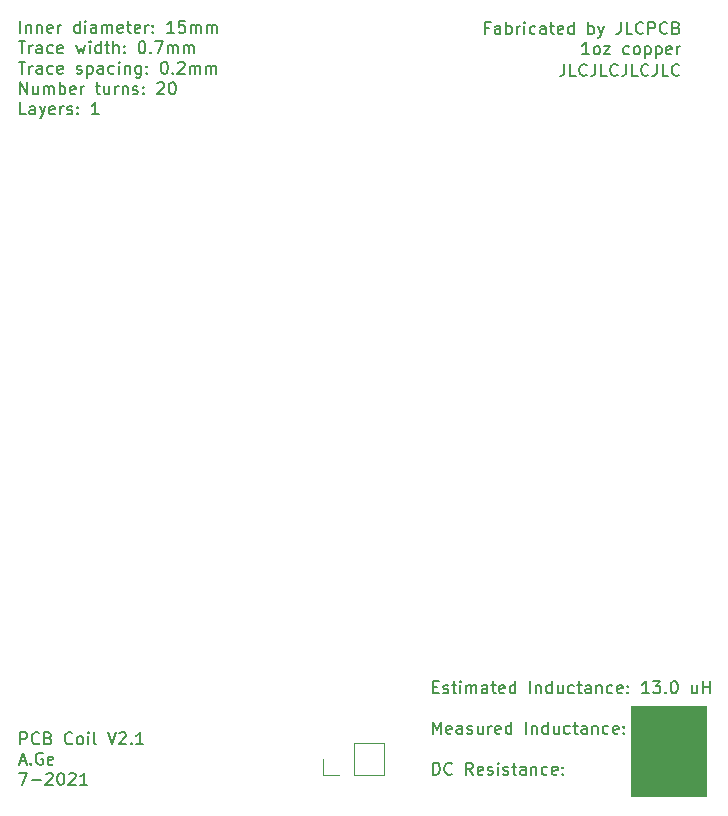
<source format=gbr>
G04 #@! TF.GenerationSoftware,KiCad,Pcbnew,(5.1.6)-1*
G04 #@! TF.CreationDate,2021-07-30T18:53:30-07:00*
G04 #@! TF.ProjectId,Inductor Coils,496e6475-6374-46f7-9220-436f696c732e,rev?*
G04 #@! TF.SameCoordinates,Original*
G04 #@! TF.FileFunction,Legend,Top*
G04 #@! TF.FilePolarity,Positive*
%FSLAX46Y46*%
G04 Gerber Fmt 4.6, Leading zero omitted, Abs format (unit mm)*
G04 Created by KiCad (PCBNEW (5.1.6)-1) date 2021-07-30 18:53:30*
%MOMM*%
%LPD*%
G01*
G04 APERTURE LIST*
%ADD10C,0.100000*%
%ADD11C,0.203200*%
%ADD12C,0.120000*%
G04 APERTURE END LIST*
D10*
G36*
X258445000Y-158115000D02*
G01*
X252095000Y-158115000D01*
X252095000Y-150495000D01*
X258445000Y-150495000D01*
X258445000Y-158115000D01*
G37*
X258445000Y-158115000D02*
X252095000Y-158115000D01*
X252095000Y-150495000D01*
X258445000Y-150495000D01*
X258445000Y-158115000D01*
D11*
X240063539Y-93063828D02*
X239724872Y-93063828D01*
X239724872Y-93596019D02*
X239724872Y-92580019D01*
X240208681Y-92580019D01*
X241031158Y-93596019D02*
X241031158Y-93063828D01*
X240982777Y-92967066D01*
X240886015Y-92918685D01*
X240692491Y-92918685D01*
X240595729Y-92967066D01*
X241031158Y-93547638D02*
X240934396Y-93596019D01*
X240692491Y-93596019D01*
X240595729Y-93547638D01*
X240547348Y-93450876D01*
X240547348Y-93354114D01*
X240595729Y-93257352D01*
X240692491Y-93208971D01*
X240934396Y-93208971D01*
X241031158Y-93160590D01*
X241514967Y-93596019D02*
X241514967Y-92580019D01*
X241514967Y-92967066D02*
X241611729Y-92918685D01*
X241805253Y-92918685D01*
X241902015Y-92967066D01*
X241950396Y-93015447D01*
X241998777Y-93112209D01*
X241998777Y-93402495D01*
X241950396Y-93499257D01*
X241902015Y-93547638D01*
X241805253Y-93596019D01*
X241611729Y-93596019D01*
X241514967Y-93547638D01*
X242434205Y-93596019D02*
X242434205Y-92918685D01*
X242434205Y-93112209D02*
X242482586Y-93015447D01*
X242530967Y-92967066D01*
X242627729Y-92918685D01*
X242724491Y-92918685D01*
X243063158Y-93596019D02*
X243063158Y-92918685D01*
X243063158Y-92580019D02*
X243014777Y-92628400D01*
X243063158Y-92676780D01*
X243111539Y-92628400D01*
X243063158Y-92580019D01*
X243063158Y-92676780D01*
X243982396Y-93547638D02*
X243885634Y-93596019D01*
X243692110Y-93596019D01*
X243595348Y-93547638D01*
X243546967Y-93499257D01*
X243498586Y-93402495D01*
X243498586Y-93112209D01*
X243546967Y-93015447D01*
X243595348Y-92967066D01*
X243692110Y-92918685D01*
X243885634Y-92918685D01*
X243982396Y-92967066D01*
X244853253Y-93596019D02*
X244853253Y-93063828D01*
X244804872Y-92967066D01*
X244708110Y-92918685D01*
X244514586Y-92918685D01*
X244417824Y-92967066D01*
X244853253Y-93547638D02*
X244756491Y-93596019D01*
X244514586Y-93596019D01*
X244417824Y-93547638D01*
X244369443Y-93450876D01*
X244369443Y-93354114D01*
X244417824Y-93257352D01*
X244514586Y-93208971D01*
X244756491Y-93208971D01*
X244853253Y-93160590D01*
X245191920Y-92918685D02*
X245578967Y-92918685D01*
X245337062Y-92580019D02*
X245337062Y-93450876D01*
X245385443Y-93547638D01*
X245482205Y-93596019D01*
X245578967Y-93596019D01*
X246304681Y-93547638D02*
X246207920Y-93596019D01*
X246014396Y-93596019D01*
X245917634Y-93547638D01*
X245869253Y-93450876D01*
X245869253Y-93063828D01*
X245917634Y-92967066D01*
X246014396Y-92918685D01*
X246207920Y-92918685D01*
X246304681Y-92967066D01*
X246353062Y-93063828D01*
X246353062Y-93160590D01*
X245869253Y-93257352D01*
X247223920Y-93596019D02*
X247223920Y-92580019D01*
X247223920Y-93547638D02*
X247127158Y-93596019D01*
X246933634Y-93596019D01*
X246836872Y-93547638D01*
X246788491Y-93499257D01*
X246740110Y-93402495D01*
X246740110Y-93112209D01*
X246788491Y-93015447D01*
X246836872Y-92967066D01*
X246933634Y-92918685D01*
X247127158Y-92918685D01*
X247223920Y-92967066D01*
X248481824Y-93596019D02*
X248481824Y-92580019D01*
X248481824Y-92967066D02*
X248578586Y-92918685D01*
X248772110Y-92918685D01*
X248868872Y-92967066D01*
X248917253Y-93015447D01*
X248965634Y-93112209D01*
X248965634Y-93402495D01*
X248917253Y-93499257D01*
X248868872Y-93547638D01*
X248772110Y-93596019D01*
X248578586Y-93596019D01*
X248481824Y-93547638D01*
X249304300Y-92918685D02*
X249546205Y-93596019D01*
X249788110Y-92918685D02*
X249546205Y-93596019D01*
X249449443Y-93837923D01*
X249401062Y-93886304D01*
X249304300Y-93934685D01*
X251239539Y-92580019D02*
X251239539Y-93305733D01*
X251191158Y-93450876D01*
X251094396Y-93547638D01*
X250949253Y-93596019D01*
X250852491Y-93596019D01*
X252207158Y-93596019D02*
X251723348Y-93596019D01*
X251723348Y-92580019D01*
X253126396Y-93499257D02*
X253078015Y-93547638D01*
X252932872Y-93596019D01*
X252836110Y-93596019D01*
X252690967Y-93547638D01*
X252594205Y-93450876D01*
X252545824Y-93354114D01*
X252497443Y-93160590D01*
X252497443Y-93015447D01*
X252545824Y-92821923D01*
X252594205Y-92725161D01*
X252690967Y-92628400D01*
X252836110Y-92580019D01*
X252932872Y-92580019D01*
X253078015Y-92628400D01*
X253126396Y-92676780D01*
X253561824Y-93596019D02*
X253561824Y-92580019D01*
X253948872Y-92580019D01*
X254045634Y-92628400D01*
X254094015Y-92676780D01*
X254142396Y-92773542D01*
X254142396Y-92918685D01*
X254094015Y-93015447D01*
X254045634Y-93063828D01*
X253948872Y-93112209D01*
X253561824Y-93112209D01*
X255158396Y-93499257D02*
X255110015Y-93547638D01*
X254964872Y-93596019D01*
X254868110Y-93596019D01*
X254722967Y-93547638D01*
X254626205Y-93450876D01*
X254577824Y-93354114D01*
X254529443Y-93160590D01*
X254529443Y-93015447D01*
X254577824Y-92821923D01*
X254626205Y-92725161D01*
X254722967Y-92628400D01*
X254868110Y-92580019D01*
X254964872Y-92580019D01*
X255110015Y-92628400D01*
X255158396Y-92676780D01*
X255932491Y-93063828D02*
X256077634Y-93112209D01*
X256126015Y-93160590D01*
X256174396Y-93257352D01*
X256174396Y-93402495D01*
X256126015Y-93499257D01*
X256077634Y-93547638D01*
X255980872Y-93596019D01*
X255593824Y-93596019D01*
X255593824Y-92580019D01*
X255932491Y-92580019D01*
X256029253Y-92628400D01*
X256077634Y-92676780D01*
X256126015Y-92773542D01*
X256126015Y-92870304D01*
X256077634Y-92967066D01*
X256029253Y-93015447D01*
X255932491Y-93063828D01*
X255593824Y-93063828D01*
X248530205Y-95323219D02*
X247949634Y-95323219D01*
X248239920Y-95323219D02*
X248239920Y-94307219D01*
X248143158Y-94452361D01*
X248046396Y-94549123D01*
X247949634Y-94597504D01*
X249110777Y-95323219D02*
X249014015Y-95274838D01*
X248965634Y-95226457D01*
X248917253Y-95129695D01*
X248917253Y-94839409D01*
X248965634Y-94742647D01*
X249014015Y-94694266D01*
X249110777Y-94645885D01*
X249255920Y-94645885D01*
X249352681Y-94694266D01*
X249401062Y-94742647D01*
X249449443Y-94839409D01*
X249449443Y-95129695D01*
X249401062Y-95226457D01*
X249352681Y-95274838D01*
X249255920Y-95323219D01*
X249110777Y-95323219D01*
X249788110Y-94645885D02*
X250320300Y-94645885D01*
X249788110Y-95323219D01*
X250320300Y-95323219D01*
X251916872Y-95274838D02*
X251820110Y-95323219D01*
X251626586Y-95323219D01*
X251529824Y-95274838D01*
X251481443Y-95226457D01*
X251433062Y-95129695D01*
X251433062Y-94839409D01*
X251481443Y-94742647D01*
X251529824Y-94694266D01*
X251626586Y-94645885D01*
X251820110Y-94645885D01*
X251916872Y-94694266D01*
X252497443Y-95323219D02*
X252400681Y-95274838D01*
X252352300Y-95226457D01*
X252303920Y-95129695D01*
X252303920Y-94839409D01*
X252352300Y-94742647D01*
X252400681Y-94694266D01*
X252497443Y-94645885D01*
X252642586Y-94645885D01*
X252739348Y-94694266D01*
X252787729Y-94742647D01*
X252836110Y-94839409D01*
X252836110Y-95129695D01*
X252787729Y-95226457D01*
X252739348Y-95274838D01*
X252642586Y-95323219D01*
X252497443Y-95323219D01*
X253271539Y-94645885D02*
X253271539Y-95661885D01*
X253271539Y-94694266D02*
X253368300Y-94645885D01*
X253561824Y-94645885D01*
X253658586Y-94694266D01*
X253706967Y-94742647D01*
X253755348Y-94839409D01*
X253755348Y-95129695D01*
X253706967Y-95226457D01*
X253658586Y-95274838D01*
X253561824Y-95323219D01*
X253368300Y-95323219D01*
X253271539Y-95274838D01*
X254190777Y-94645885D02*
X254190777Y-95661885D01*
X254190777Y-94694266D02*
X254287539Y-94645885D01*
X254481062Y-94645885D01*
X254577824Y-94694266D01*
X254626205Y-94742647D01*
X254674586Y-94839409D01*
X254674586Y-95129695D01*
X254626205Y-95226457D01*
X254577824Y-95274838D01*
X254481062Y-95323219D01*
X254287539Y-95323219D01*
X254190777Y-95274838D01*
X255497062Y-95274838D02*
X255400300Y-95323219D01*
X255206777Y-95323219D01*
X255110015Y-95274838D01*
X255061634Y-95178076D01*
X255061634Y-94791028D01*
X255110015Y-94694266D01*
X255206777Y-94645885D01*
X255400300Y-94645885D01*
X255497062Y-94694266D01*
X255545443Y-94791028D01*
X255545443Y-94887790D01*
X255061634Y-94984552D01*
X255980872Y-95323219D02*
X255980872Y-94645885D01*
X255980872Y-94839409D02*
X256029253Y-94742647D01*
X256077634Y-94694266D01*
X256174396Y-94645885D01*
X256271158Y-94645885D01*
X246449824Y-96143619D02*
X246449824Y-96869333D01*
X246401443Y-97014476D01*
X246304681Y-97111238D01*
X246159539Y-97159619D01*
X246062777Y-97159619D01*
X247417443Y-97159619D02*
X246933634Y-97159619D01*
X246933634Y-96143619D01*
X248336681Y-97062857D02*
X248288300Y-97111238D01*
X248143158Y-97159619D01*
X248046396Y-97159619D01*
X247901253Y-97111238D01*
X247804491Y-97014476D01*
X247756110Y-96917714D01*
X247707729Y-96724190D01*
X247707729Y-96579047D01*
X247756110Y-96385523D01*
X247804491Y-96288761D01*
X247901253Y-96192000D01*
X248046396Y-96143619D01*
X248143158Y-96143619D01*
X248288300Y-96192000D01*
X248336681Y-96240380D01*
X249062396Y-96143619D02*
X249062396Y-96869333D01*
X249014015Y-97014476D01*
X248917253Y-97111238D01*
X248772110Y-97159619D01*
X248675348Y-97159619D01*
X250030015Y-97159619D02*
X249546205Y-97159619D01*
X249546205Y-96143619D01*
X250949253Y-97062857D02*
X250900872Y-97111238D01*
X250755729Y-97159619D01*
X250658967Y-97159619D01*
X250513824Y-97111238D01*
X250417062Y-97014476D01*
X250368681Y-96917714D01*
X250320300Y-96724190D01*
X250320300Y-96579047D01*
X250368681Y-96385523D01*
X250417062Y-96288761D01*
X250513824Y-96192000D01*
X250658967Y-96143619D01*
X250755729Y-96143619D01*
X250900872Y-96192000D01*
X250949253Y-96240380D01*
X251674967Y-96143619D02*
X251674967Y-96869333D01*
X251626586Y-97014476D01*
X251529824Y-97111238D01*
X251384681Y-97159619D01*
X251287920Y-97159619D01*
X252642586Y-97159619D02*
X252158777Y-97159619D01*
X252158777Y-96143619D01*
X253561824Y-97062857D02*
X253513443Y-97111238D01*
X253368300Y-97159619D01*
X253271539Y-97159619D01*
X253126396Y-97111238D01*
X253029634Y-97014476D01*
X252981253Y-96917714D01*
X252932872Y-96724190D01*
X252932872Y-96579047D01*
X252981253Y-96385523D01*
X253029634Y-96288761D01*
X253126396Y-96192000D01*
X253271539Y-96143619D01*
X253368300Y-96143619D01*
X253513443Y-96192000D01*
X253561824Y-96240380D01*
X254287539Y-96143619D02*
X254287539Y-96869333D01*
X254239158Y-97014476D01*
X254142396Y-97111238D01*
X253997253Y-97159619D01*
X253900491Y-97159619D01*
X255255158Y-97159619D02*
X254771348Y-97159619D01*
X254771348Y-96143619D01*
X256174396Y-97062857D02*
X256126015Y-97111238D01*
X255980872Y-97159619D01*
X255884110Y-97159619D01*
X255738967Y-97111238D01*
X255642205Y-97014476D01*
X255593824Y-96917714D01*
X255545443Y-96724190D01*
X255545443Y-96579047D01*
X255593824Y-96385523D01*
X255642205Y-96288761D01*
X255738967Y-96192000D01*
X255884110Y-96143619D01*
X255980872Y-96143619D01*
X256126015Y-96192000D01*
X256174396Y-96240380D01*
X200373984Y-93505219D02*
X200373984Y-92489219D01*
X200857794Y-92827885D02*
X200857794Y-93505219D01*
X200857794Y-92924647D02*
X200906175Y-92876266D01*
X201002937Y-92827885D01*
X201148080Y-92827885D01*
X201244841Y-92876266D01*
X201293222Y-92973028D01*
X201293222Y-93505219D01*
X201777032Y-92827885D02*
X201777032Y-93505219D01*
X201777032Y-92924647D02*
X201825413Y-92876266D01*
X201922175Y-92827885D01*
X202067318Y-92827885D01*
X202164080Y-92876266D01*
X202212460Y-92973028D01*
X202212460Y-93505219D01*
X203083318Y-93456838D02*
X202986556Y-93505219D01*
X202793032Y-93505219D01*
X202696270Y-93456838D01*
X202647889Y-93360076D01*
X202647889Y-92973028D01*
X202696270Y-92876266D01*
X202793032Y-92827885D01*
X202986556Y-92827885D01*
X203083318Y-92876266D01*
X203131699Y-92973028D01*
X203131699Y-93069790D01*
X202647889Y-93166552D01*
X203567127Y-93505219D02*
X203567127Y-92827885D01*
X203567127Y-93021409D02*
X203615508Y-92924647D01*
X203663889Y-92876266D01*
X203760651Y-92827885D01*
X203857413Y-92827885D01*
X205405603Y-93505219D02*
X205405603Y-92489219D01*
X205405603Y-93456838D02*
X205308841Y-93505219D01*
X205115318Y-93505219D01*
X205018556Y-93456838D01*
X204970175Y-93408457D01*
X204921794Y-93311695D01*
X204921794Y-93021409D01*
X204970175Y-92924647D01*
X205018556Y-92876266D01*
X205115318Y-92827885D01*
X205308841Y-92827885D01*
X205405603Y-92876266D01*
X205889413Y-93505219D02*
X205889413Y-92827885D01*
X205889413Y-92489219D02*
X205841032Y-92537600D01*
X205889413Y-92585980D01*
X205937794Y-92537600D01*
X205889413Y-92489219D01*
X205889413Y-92585980D01*
X206808651Y-93505219D02*
X206808651Y-92973028D01*
X206760270Y-92876266D01*
X206663508Y-92827885D01*
X206469984Y-92827885D01*
X206373222Y-92876266D01*
X206808651Y-93456838D02*
X206711889Y-93505219D01*
X206469984Y-93505219D01*
X206373222Y-93456838D01*
X206324841Y-93360076D01*
X206324841Y-93263314D01*
X206373222Y-93166552D01*
X206469984Y-93118171D01*
X206711889Y-93118171D01*
X206808651Y-93069790D01*
X207292460Y-93505219D02*
X207292460Y-92827885D01*
X207292460Y-92924647D02*
X207340841Y-92876266D01*
X207437603Y-92827885D01*
X207582746Y-92827885D01*
X207679508Y-92876266D01*
X207727889Y-92973028D01*
X207727889Y-93505219D01*
X207727889Y-92973028D02*
X207776270Y-92876266D01*
X207873032Y-92827885D01*
X208018175Y-92827885D01*
X208114937Y-92876266D01*
X208163318Y-92973028D01*
X208163318Y-93505219D01*
X209034175Y-93456838D02*
X208937413Y-93505219D01*
X208743889Y-93505219D01*
X208647127Y-93456838D01*
X208598746Y-93360076D01*
X208598746Y-92973028D01*
X208647127Y-92876266D01*
X208743889Y-92827885D01*
X208937413Y-92827885D01*
X209034175Y-92876266D01*
X209082556Y-92973028D01*
X209082556Y-93069790D01*
X208598746Y-93166552D01*
X209372841Y-92827885D02*
X209759889Y-92827885D01*
X209517984Y-92489219D02*
X209517984Y-93360076D01*
X209566365Y-93456838D01*
X209663127Y-93505219D01*
X209759889Y-93505219D01*
X210485603Y-93456838D02*
X210388841Y-93505219D01*
X210195318Y-93505219D01*
X210098556Y-93456838D01*
X210050175Y-93360076D01*
X210050175Y-92973028D01*
X210098556Y-92876266D01*
X210195318Y-92827885D01*
X210388841Y-92827885D01*
X210485603Y-92876266D01*
X210533984Y-92973028D01*
X210533984Y-93069790D01*
X210050175Y-93166552D01*
X210969413Y-93505219D02*
X210969413Y-92827885D01*
X210969413Y-93021409D02*
X211017794Y-92924647D01*
X211066175Y-92876266D01*
X211162937Y-92827885D01*
X211259699Y-92827885D01*
X211598365Y-93408457D02*
X211646746Y-93456838D01*
X211598365Y-93505219D01*
X211549984Y-93456838D01*
X211598365Y-93408457D01*
X211598365Y-93505219D01*
X211598365Y-92876266D02*
X211646746Y-92924647D01*
X211598365Y-92973028D01*
X211549984Y-92924647D01*
X211598365Y-92876266D01*
X211598365Y-92973028D01*
X213388460Y-93505219D02*
X212807889Y-93505219D01*
X213098175Y-93505219D02*
X213098175Y-92489219D01*
X213001413Y-92634361D01*
X212904651Y-92731123D01*
X212807889Y-92779504D01*
X214307699Y-92489219D02*
X213823889Y-92489219D01*
X213775508Y-92973028D01*
X213823889Y-92924647D01*
X213920651Y-92876266D01*
X214162556Y-92876266D01*
X214259318Y-92924647D01*
X214307699Y-92973028D01*
X214356080Y-93069790D01*
X214356080Y-93311695D01*
X214307699Y-93408457D01*
X214259318Y-93456838D01*
X214162556Y-93505219D01*
X213920651Y-93505219D01*
X213823889Y-93456838D01*
X213775508Y-93408457D01*
X214791508Y-93505219D02*
X214791508Y-92827885D01*
X214791508Y-92924647D02*
X214839889Y-92876266D01*
X214936651Y-92827885D01*
X215081794Y-92827885D01*
X215178556Y-92876266D01*
X215226937Y-92973028D01*
X215226937Y-93505219D01*
X215226937Y-92973028D02*
X215275318Y-92876266D01*
X215372080Y-92827885D01*
X215517222Y-92827885D01*
X215613984Y-92876266D01*
X215662365Y-92973028D01*
X215662365Y-93505219D01*
X216146175Y-93505219D02*
X216146175Y-92827885D01*
X216146175Y-92924647D02*
X216194556Y-92876266D01*
X216291318Y-92827885D01*
X216436460Y-92827885D01*
X216533222Y-92876266D01*
X216581603Y-92973028D01*
X216581603Y-93505219D01*
X216581603Y-92973028D02*
X216629984Y-92876266D01*
X216726746Y-92827885D01*
X216871889Y-92827885D01*
X216968651Y-92876266D01*
X217017032Y-92973028D01*
X217017032Y-93505219D01*
X200228841Y-94216419D02*
X200809413Y-94216419D01*
X200519127Y-95232419D02*
X200519127Y-94216419D01*
X201148080Y-95232419D02*
X201148080Y-94555085D01*
X201148080Y-94748609D02*
X201196460Y-94651847D01*
X201244841Y-94603466D01*
X201341603Y-94555085D01*
X201438365Y-94555085D01*
X202212460Y-95232419D02*
X202212460Y-94700228D01*
X202164080Y-94603466D01*
X202067318Y-94555085D01*
X201873794Y-94555085D01*
X201777032Y-94603466D01*
X202212460Y-95184038D02*
X202115699Y-95232419D01*
X201873794Y-95232419D01*
X201777032Y-95184038D01*
X201728651Y-95087276D01*
X201728651Y-94990514D01*
X201777032Y-94893752D01*
X201873794Y-94845371D01*
X202115699Y-94845371D01*
X202212460Y-94796990D01*
X203131699Y-95184038D02*
X203034937Y-95232419D01*
X202841413Y-95232419D01*
X202744651Y-95184038D01*
X202696270Y-95135657D01*
X202647889Y-95038895D01*
X202647889Y-94748609D01*
X202696270Y-94651847D01*
X202744651Y-94603466D01*
X202841413Y-94555085D01*
X203034937Y-94555085D01*
X203131699Y-94603466D01*
X203954175Y-95184038D02*
X203857413Y-95232419D01*
X203663889Y-95232419D01*
X203567127Y-95184038D01*
X203518746Y-95087276D01*
X203518746Y-94700228D01*
X203567127Y-94603466D01*
X203663889Y-94555085D01*
X203857413Y-94555085D01*
X203954175Y-94603466D01*
X204002556Y-94700228D01*
X204002556Y-94796990D01*
X203518746Y-94893752D01*
X205115318Y-94555085D02*
X205308841Y-95232419D01*
X205502365Y-94748609D01*
X205695889Y-95232419D01*
X205889413Y-94555085D01*
X206276460Y-95232419D02*
X206276460Y-94555085D01*
X206276460Y-94216419D02*
X206228080Y-94264800D01*
X206276460Y-94313180D01*
X206324841Y-94264800D01*
X206276460Y-94216419D01*
X206276460Y-94313180D01*
X207195699Y-95232419D02*
X207195699Y-94216419D01*
X207195699Y-95184038D02*
X207098937Y-95232419D01*
X206905413Y-95232419D01*
X206808651Y-95184038D01*
X206760270Y-95135657D01*
X206711889Y-95038895D01*
X206711889Y-94748609D01*
X206760270Y-94651847D01*
X206808651Y-94603466D01*
X206905413Y-94555085D01*
X207098937Y-94555085D01*
X207195699Y-94603466D01*
X207534365Y-94555085D02*
X207921413Y-94555085D01*
X207679508Y-94216419D02*
X207679508Y-95087276D01*
X207727889Y-95184038D01*
X207824651Y-95232419D01*
X207921413Y-95232419D01*
X208260080Y-95232419D02*
X208260080Y-94216419D01*
X208695508Y-95232419D02*
X208695508Y-94700228D01*
X208647127Y-94603466D01*
X208550365Y-94555085D01*
X208405222Y-94555085D01*
X208308460Y-94603466D01*
X208260080Y-94651847D01*
X209179318Y-95135657D02*
X209227699Y-95184038D01*
X209179318Y-95232419D01*
X209130937Y-95184038D01*
X209179318Y-95135657D01*
X209179318Y-95232419D01*
X209179318Y-94603466D02*
X209227699Y-94651847D01*
X209179318Y-94700228D01*
X209130937Y-94651847D01*
X209179318Y-94603466D01*
X209179318Y-94700228D01*
X210630746Y-94216419D02*
X210727508Y-94216419D01*
X210824270Y-94264800D01*
X210872651Y-94313180D01*
X210921032Y-94409942D01*
X210969413Y-94603466D01*
X210969413Y-94845371D01*
X210921032Y-95038895D01*
X210872651Y-95135657D01*
X210824270Y-95184038D01*
X210727508Y-95232419D01*
X210630746Y-95232419D01*
X210533984Y-95184038D01*
X210485603Y-95135657D01*
X210437222Y-95038895D01*
X210388841Y-94845371D01*
X210388841Y-94603466D01*
X210437222Y-94409942D01*
X210485603Y-94313180D01*
X210533984Y-94264800D01*
X210630746Y-94216419D01*
X211404841Y-95135657D02*
X211453222Y-95184038D01*
X211404841Y-95232419D01*
X211356460Y-95184038D01*
X211404841Y-95135657D01*
X211404841Y-95232419D01*
X211791889Y-94216419D02*
X212469222Y-94216419D01*
X212033794Y-95232419D01*
X212856270Y-95232419D02*
X212856270Y-94555085D01*
X212856270Y-94651847D02*
X212904651Y-94603466D01*
X213001413Y-94555085D01*
X213146556Y-94555085D01*
X213243318Y-94603466D01*
X213291699Y-94700228D01*
X213291699Y-95232419D01*
X213291699Y-94700228D02*
X213340080Y-94603466D01*
X213436841Y-94555085D01*
X213581984Y-94555085D01*
X213678746Y-94603466D01*
X213727127Y-94700228D01*
X213727127Y-95232419D01*
X214210937Y-95232419D02*
X214210937Y-94555085D01*
X214210937Y-94651847D02*
X214259318Y-94603466D01*
X214356080Y-94555085D01*
X214501222Y-94555085D01*
X214597984Y-94603466D01*
X214646365Y-94700228D01*
X214646365Y-95232419D01*
X214646365Y-94700228D02*
X214694746Y-94603466D01*
X214791508Y-94555085D01*
X214936651Y-94555085D01*
X215033413Y-94603466D01*
X215081794Y-94700228D01*
X215081794Y-95232419D01*
X200228841Y-95943619D02*
X200809413Y-95943619D01*
X200519127Y-96959619D02*
X200519127Y-95943619D01*
X201148080Y-96959619D02*
X201148080Y-96282285D01*
X201148080Y-96475809D02*
X201196460Y-96379047D01*
X201244841Y-96330666D01*
X201341603Y-96282285D01*
X201438365Y-96282285D01*
X202212460Y-96959619D02*
X202212460Y-96427428D01*
X202164080Y-96330666D01*
X202067318Y-96282285D01*
X201873794Y-96282285D01*
X201777032Y-96330666D01*
X202212460Y-96911238D02*
X202115699Y-96959619D01*
X201873794Y-96959619D01*
X201777032Y-96911238D01*
X201728651Y-96814476D01*
X201728651Y-96717714D01*
X201777032Y-96620952D01*
X201873794Y-96572571D01*
X202115699Y-96572571D01*
X202212460Y-96524190D01*
X203131699Y-96911238D02*
X203034937Y-96959619D01*
X202841413Y-96959619D01*
X202744651Y-96911238D01*
X202696270Y-96862857D01*
X202647889Y-96766095D01*
X202647889Y-96475809D01*
X202696270Y-96379047D01*
X202744651Y-96330666D01*
X202841413Y-96282285D01*
X203034937Y-96282285D01*
X203131699Y-96330666D01*
X203954175Y-96911238D02*
X203857413Y-96959619D01*
X203663889Y-96959619D01*
X203567127Y-96911238D01*
X203518746Y-96814476D01*
X203518746Y-96427428D01*
X203567127Y-96330666D01*
X203663889Y-96282285D01*
X203857413Y-96282285D01*
X203954175Y-96330666D01*
X204002556Y-96427428D01*
X204002556Y-96524190D01*
X203518746Y-96620952D01*
X205163699Y-96911238D02*
X205260460Y-96959619D01*
X205453984Y-96959619D01*
X205550746Y-96911238D01*
X205599127Y-96814476D01*
X205599127Y-96766095D01*
X205550746Y-96669333D01*
X205453984Y-96620952D01*
X205308841Y-96620952D01*
X205212080Y-96572571D01*
X205163699Y-96475809D01*
X205163699Y-96427428D01*
X205212080Y-96330666D01*
X205308841Y-96282285D01*
X205453984Y-96282285D01*
X205550746Y-96330666D01*
X206034556Y-96282285D02*
X206034556Y-97298285D01*
X206034556Y-96330666D02*
X206131318Y-96282285D01*
X206324841Y-96282285D01*
X206421603Y-96330666D01*
X206469984Y-96379047D01*
X206518365Y-96475809D01*
X206518365Y-96766095D01*
X206469984Y-96862857D01*
X206421603Y-96911238D01*
X206324841Y-96959619D01*
X206131318Y-96959619D01*
X206034556Y-96911238D01*
X207389222Y-96959619D02*
X207389222Y-96427428D01*
X207340841Y-96330666D01*
X207244080Y-96282285D01*
X207050556Y-96282285D01*
X206953794Y-96330666D01*
X207389222Y-96911238D02*
X207292460Y-96959619D01*
X207050556Y-96959619D01*
X206953794Y-96911238D01*
X206905413Y-96814476D01*
X206905413Y-96717714D01*
X206953794Y-96620952D01*
X207050556Y-96572571D01*
X207292460Y-96572571D01*
X207389222Y-96524190D01*
X208308460Y-96911238D02*
X208211699Y-96959619D01*
X208018175Y-96959619D01*
X207921413Y-96911238D01*
X207873032Y-96862857D01*
X207824651Y-96766095D01*
X207824651Y-96475809D01*
X207873032Y-96379047D01*
X207921413Y-96330666D01*
X208018175Y-96282285D01*
X208211699Y-96282285D01*
X208308460Y-96330666D01*
X208743889Y-96959619D02*
X208743889Y-96282285D01*
X208743889Y-95943619D02*
X208695508Y-95992000D01*
X208743889Y-96040380D01*
X208792270Y-95992000D01*
X208743889Y-95943619D01*
X208743889Y-96040380D01*
X209227699Y-96282285D02*
X209227699Y-96959619D01*
X209227699Y-96379047D02*
X209276080Y-96330666D01*
X209372841Y-96282285D01*
X209517984Y-96282285D01*
X209614746Y-96330666D01*
X209663127Y-96427428D01*
X209663127Y-96959619D01*
X210582365Y-96282285D02*
X210582365Y-97104761D01*
X210533984Y-97201523D01*
X210485603Y-97249904D01*
X210388841Y-97298285D01*
X210243699Y-97298285D01*
X210146937Y-97249904D01*
X210582365Y-96911238D02*
X210485603Y-96959619D01*
X210292080Y-96959619D01*
X210195318Y-96911238D01*
X210146937Y-96862857D01*
X210098556Y-96766095D01*
X210098556Y-96475809D01*
X210146937Y-96379047D01*
X210195318Y-96330666D01*
X210292080Y-96282285D01*
X210485603Y-96282285D01*
X210582365Y-96330666D01*
X211066175Y-96862857D02*
X211114556Y-96911238D01*
X211066175Y-96959619D01*
X211017794Y-96911238D01*
X211066175Y-96862857D01*
X211066175Y-96959619D01*
X211066175Y-96330666D02*
X211114556Y-96379047D01*
X211066175Y-96427428D01*
X211017794Y-96379047D01*
X211066175Y-96330666D01*
X211066175Y-96427428D01*
X212517603Y-95943619D02*
X212614365Y-95943619D01*
X212711127Y-95992000D01*
X212759508Y-96040380D01*
X212807889Y-96137142D01*
X212856270Y-96330666D01*
X212856270Y-96572571D01*
X212807889Y-96766095D01*
X212759508Y-96862857D01*
X212711127Y-96911238D01*
X212614365Y-96959619D01*
X212517603Y-96959619D01*
X212420841Y-96911238D01*
X212372460Y-96862857D01*
X212324080Y-96766095D01*
X212275699Y-96572571D01*
X212275699Y-96330666D01*
X212324080Y-96137142D01*
X212372460Y-96040380D01*
X212420841Y-95992000D01*
X212517603Y-95943619D01*
X213291699Y-96862857D02*
X213340080Y-96911238D01*
X213291699Y-96959619D01*
X213243318Y-96911238D01*
X213291699Y-96862857D01*
X213291699Y-96959619D01*
X213727127Y-96040380D02*
X213775508Y-95992000D01*
X213872270Y-95943619D01*
X214114175Y-95943619D01*
X214210937Y-95992000D01*
X214259318Y-96040380D01*
X214307699Y-96137142D01*
X214307699Y-96233904D01*
X214259318Y-96379047D01*
X213678746Y-96959619D01*
X214307699Y-96959619D01*
X214743127Y-96959619D02*
X214743127Y-96282285D01*
X214743127Y-96379047D02*
X214791508Y-96330666D01*
X214888270Y-96282285D01*
X215033413Y-96282285D01*
X215130175Y-96330666D01*
X215178556Y-96427428D01*
X215178556Y-96959619D01*
X215178556Y-96427428D02*
X215226937Y-96330666D01*
X215323699Y-96282285D01*
X215468841Y-96282285D01*
X215565603Y-96330666D01*
X215613984Y-96427428D01*
X215613984Y-96959619D01*
X216097794Y-96959619D02*
X216097794Y-96282285D01*
X216097794Y-96379047D02*
X216146175Y-96330666D01*
X216242937Y-96282285D01*
X216388080Y-96282285D01*
X216484841Y-96330666D01*
X216533222Y-96427428D01*
X216533222Y-96959619D01*
X216533222Y-96427428D02*
X216581603Y-96330666D01*
X216678365Y-96282285D01*
X216823508Y-96282285D01*
X216920270Y-96330666D01*
X216968651Y-96427428D01*
X216968651Y-96959619D01*
X200373984Y-98686819D02*
X200373984Y-97670819D01*
X200954556Y-98686819D01*
X200954556Y-97670819D01*
X201873794Y-98009485D02*
X201873794Y-98686819D01*
X201438365Y-98009485D02*
X201438365Y-98541676D01*
X201486746Y-98638438D01*
X201583508Y-98686819D01*
X201728651Y-98686819D01*
X201825413Y-98638438D01*
X201873794Y-98590057D01*
X202357603Y-98686819D02*
X202357603Y-98009485D01*
X202357603Y-98106247D02*
X202405984Y-98057866D01*
X202502746Y-98009485D01*
X202647889Y-98009485D01*
X202744651Y-98057866D01*
X202793032Y-98154628D01*
X202793032Y-98686819D01*
X202793032Y-98154628D02*
X202841413Y-98057866D01*
X202938175Y-98009485D01*
X203083318Y-98009485D01*
X203180080Y-98057866D01*
X203228460Y-98154628D01*
X203228460Y-98686819D01*
X203712270Y-98686819D02*
X203712270Y-97670819D01*
X203712270Y-98057866D02*
X203809032Y-98009485D01*
X204002556Y-98009485D01*
X204099318Y-98057866D01*
X204147699Y-98106247D01*
X204196080Y-98203009D01*
X204196080Y-98493295D01*
X204147699Y-98590057D01*
X204099318Y-98638438D01*
X204002556Y-98686819D01*
X203809032Y-98686819D01*
X203712270Y-98638438D01*
X205018556Y-98638438D02*
X204921794Y-98686819D01*
X204728270Y-98686819D01*
X204631508Y-98638438D01*
X204583127Y-98541676D01*
X204583127Y-98154628D01*
X204631508Y-98057866D01*
X204728270Y-98009485D01*
X204921794Y-98009485D01*
X205018556Y-98057866D01*
X205066937Y-98154628D01*
X205066937Y-98251390D01*
X204583127Y-98348152D01*
X205502365Y-98686819D02*
X205502365Y-98009485D01*
X205502365Y-98203009D02*
X205550746Y-98106247D01*
X205599127Y-98057866D01*
X205695889Y-98009485D01*
X205792651Y-98009485D01*
X206760270Y-98009485D02*
X207147318Y-98009485D01*
X206905413Y-97670819D02*
X206905413Y-98541676D01*
X206953794Y-98638438D01*
X207050556Y-98686819D01*
X207147318Y-98686819D01*
X207921413Y-98009485D02*
X207921413Y-98686819D01*
X207485984Y-98009485D02*
X207485984Y-98541676D01*
X207534365Y-98638438D01*
X207631127Y-98686819D01*
X207776270Y-98686819D01*
X207873032Y-98638438D01*
X207921413Y-98590057D01*
X208405222Y-98686819D02*
X208405222Y-98009485D01*
X208405222Y-98203009D02*
X208453603Y-98106247D01*
X208501984Y-98057866D01*
X208598746Y-98009485D01*
X208695508Y-98009485D01*
X209034175Y-98009485D02*
X209034175Y-98686819D01*
X209034175Y-98106247D02*
X209082556Y-98057866D01*
X209179318Y-98009485D01*
X209324460Y-98009485D01*
X209421222Y-98057866D01*
X209469603Y-98154628D01*
X209469603Y-98686819D01*
X209905032Y-98638438D02*
X210001794Y-98686819D01*
X210195318Y-98686819D01*
X210292080Y-98638438D01*
X210340460Y-98541676D01*
X210340460Y-98493295D01*
X210292080Y-98396533D01*
X210195318Y-98348152D01*
X210050175Y-98348152D01*
X209953413Y-98299771D01*
X209905032Y-98203009D01*
X209905032Y-98154628D01*
X209953413Y-98057866D01*
X210050175Y-98009485D01*
X210195318Y-98009485D01*
X210292080Y-98057866D01*
X210775889Y-98590057D02*
X210824270Y-98638438D01*
X210775889Y-98686819D01*
X210727508Y-98638438D01*
X210775889Y-98590057D01*
X210775889Y-98686819D01*
X210775889Y-98057866D02*
X210824270Y-98106247D01*
X210775889Y-98154628D01*
X210727508Y-98106247D01*
X210775889Y-98057866D01*
X210775889Y-98154628D01*
X211985413Y-97767580D02*
X212033794Y-97719200D01*
X212130556Y-97670819D01*
X212372460Y-97670819D01*
X212469222Y-97719200D01*
X212517603Y-97767580D01*
X212565984Y-97864342D01*
X212565984Y-97961104D01*
X212517603Y-98106247D01*
X211937032Y-98686819D01*
X212565984Y-98686819D01*
X213194937Y-97670819D02*
X213291699Y-97670819D01*
X213388460Y-97719200D01*
X213436841Y-97767580D01*
X213485222Y-97864342D01*
X213533603Y-98057866D01*
X213533603Y-98299771D01*
X213485222Y-98493295D01*
X213436841Y-98590057D01*
X213388460Y-98638438D01*
X213291699Y-98686819D01*
X213194937Y-98686819D01*
X213098175Y-98638438D01*
X213049794Y-98590057D01*
X213001413Y-98493295D01*
X212953032Y-98299771D01*
X212953032Y-98057866D01*
X213001413Y-97864342D01*
X213049794Y-97767580D01*
X213098175Y-97719200D01*
X213194937Y-97670819D01*
X200857794Y-100414019D02*
X200373984Y-100414019D01*
X200373984Y-99398019D01*
X201631889Y-100414019D02*
X201631889Y-99881828D01*
X201583508Y-99785066D01*
X201486746Y-99736685D01*
X201293222Y-99736685D01*
X201196460Y-99785066D01*
X201631889Y-100365638D02*
X201535127Y-100414019D01*
X201293222Y-100414019D01*
X201196460Y-100365638D01*
X201148080Y-100268876D01*
X201148080Y-100172114D01*
X201196460Y-100075352D01*
X201293222Y-100026971D01*
X201535127Y-100026971D01*
X201631889Y-99978590D01*
X202018937Y-99736685D02*
X202260841Y-100414019D01*
X202502746Y-99736685D02*
X202260841Y-100414019D01*
X202164080Y-100655923D01*
X202115699Y-100704304D01*
X202018937Y-100752685D01*
X203276841Y-100365638D02*
X203180080Y-100414019D01*
X202986556Y-100414019D01*
X202889794Y-100365638D01*
X202841413Y-100268876D01*
X202841413Y-99881828D01*
X202889794Y-99785066D01*
X202986556Y-99736685D01*
X203180080Y-99736685D01*
X203276841Y-99785066D01*
X203325222Y-99881828D01*
X203325222Y-99978590D01*
X202841413Y-100075352D01*
X203760651Y-100414019D02*
X203760651Y-99736685D01*
X203760651Y-99930209D02*
X203809032Y-99833447D01*
X203857413Y-99785066D01*
X203954175Y-99736685D01*
X204050937Y-99736685D01*
X204341222Y-100365638D02*
X204437984Y-100414019D01*
X204631508Y-100414019D01*
X204728270Y-100365638D01*
X204776651Y-100268876D01*
X204776651Y-100220495D01*
X204728270Y-100123733D01*
X204631508Y-100075352D01*
X204486365Y-100075352D01*
X204389603Y-100026971D01*
X204341222Y-99930209D01*
X204341222Y-99881828D01*
X204389603Y-99785066D01*
X204486365Y-99736685D01*
X204631508Y-99736685D01*
X204728270Y-99785066D01*
X205212080Y-100317257D02*
X205260460Y-100365638D01*
X205212080Y-100414019D01*
X205163699Y-100365638D01*
X205212080Y-100317257D01*
X205212080Y-100414019D01*
X205212080Y-99785066D02*
X205260460Y-99833447D01*
X205212080Y-99881828D01*
X205163699Y-99833447D01*
X205212080Y-99785066D01*
X205212080Y-99881828D01*
X207002175Y-100414019D02*
X206421603Y-100414019D01*
X206711889Y-100414019D02*
X206711889Y-99398019D01*
X206615127Y-99543161D01*
X206518365Y-99639923D01*
X206421603Y-99688304D01*
X235323984Y-148873028D02*
X235662651Y-148873028D01*
X235807794Y-149405219D02*
X235323984Y-149405219D01*
X235323984Y-148389219D01*
X235807794Y-148389219D01*
X236194841Y-149356838D02*
X236291603Y-149405219D01*
X236485127Y-149405219D01*
X236581889Y-149356838D01*
X236630270Y-149260076D01*
X236630270Y-149211695D01*
X236581889Y-149114933D01*
X236485127Y-149066552D01*
X236339984Y-149066552D01*
X236243222Y-149018171D01*
X236194841Y-148921409D01*
X236194841Y-148873028D01*
X236243222Y-148776266D01*
X236339984Y-148727885D01*
X236485127Y-148727885D01*
X236581889Y-148776266D01*
X236920556Y-148727885D02*
X237307603Y-148727885D01*
X237065699Y-148389219D02*
X237065699Y-149260076D01*
X237114080Y-149356838D01*
X237210841Y-149405219D01*
X237307603Y-149405219D01*
X237646270Y-149405219D02*
X237646270Y-148727885D01*
X237646270Y-148389219D02*
X237597889Y-148437600D01*
X237646270Y-148485980D01*
X237694651Y-148437600D01*
X237646270Y-148389219D01*
X237646270Y-148485980D01*
X238130080Y-149405219D02*
X238130080Y-148727885D01*
X238130080Y-148824647D02*
X238178460Y-148776266D01*
X238275222Y-148727885D01*
X238420365Y-148727885D01*
X238517127Y-148776266D01*
X238565508Y-148873028D01*
X238565508Y-149405219D01*
X238565508Y-148873028D02*
X238613889Y-148776266D01*
X238710651Y-148727885D01*
X238855794Y-148727885D01*
X238952556Y-148776266D01*
X239000937Y-148873028D01*
X239000937Y-149405219D01*
X239920175Y-149405219D02*
X239920175Y-148873028D01*
X239871794Y-148776266D01*
X239775032Y-148727885D01*
X239581508Y-148727885D01*
X239484746Y-148776266D01*
X239920175Y-149356838D02*
X239823413Y-149405219D01*
X239581508Y-149405219D01*
X239484746Y-149356838D01*
X239436365Y-149260076D01*
X239436365Y-149163314D01*
X239484746Y-149066552D01*
X239581508Y-149018171D01*
X239823413Y-149018171D01*
X239920175Y-148969790D01*
X240258841Y-148727885D02*
X240645889Y-148727885D01*
X240403984Y-148389219D02*
X240403984Y-149260076D01*
X240452365Y-149356838D01*
X240549127Y-149405219D01*
X240645889Y-149405219D01*
X241371603Y-149356838D02*
X241274841Y-149405219D01*
X241081318Y-149405219D01*
X240984556Y-149356838D01*
X240936175Y-149260076D01*
X240936175Y-148873028D01*
X240984556Y-148776266D01*
X241081318Y-148727885D01*
X241274841Y-148727885D01*
X241371603Y-148776266D01*
X241419984Y-148873028D01*
X241419984Y-148969790D01*
X240936175Y-149066552D01*
X242290841Y-149405219D02*
X242290841Y-148389219D01*
X242290841Y-149356838D02*
X242194080Y-149405219D01*
X242000556Y-149405219D01*
X241903794Y-149356838D01*
X241855413Y-149308457D01*
X241807032Y-149211695D01*
X241807032Y-148921409D01*
X241855413Y-148824647D01*
X241903794Y-148776266D01*
X242000556Y-148727885D01*
X242194080Y-148727885D01*
X242290841Y-148776266D01*
X243548746Y-149405219D02*
X243548746Y-148389219D01*
X244032556Y-148727885D02*
X244032556Y-149405219D01*
X244032556Y-148824647D02*
X244080937Y-148776266D01*
X244177699Y-148727885D01*
X244322841Y-148727885D01*
X244419603Y-148776266D01*
X244467984Y-148873028D01*
X244467984Y-149405219D01*
X245387222Y-149405219D02*
X245387222Y-148389219D01*
X245387222Y-149356838D02*
X245290460Y-149405219D01*
X245096937Y-149405219D01*
X245000175Y-149356838D01*
X244951794Y-149308457D01*
X244903413Y-149211695D01*
X244903413Y-148921409D01*
X244951794Y-148824647D01*
X245000175Y-148776266D01*
X245096937Y-148727885D01*
X245290460Y-148727885D01*
X245387222Y-148776266D01*
X246306460Y-148727885D02*
X246306460Y-149405219D01*
X245871032Y-148727885D02*
X245871032Y-149260076D01*
X245919413Y-149356838D01*
X246016175Y-149405219D01*
X246161318Y-149405219D01*
X246258080Y-149356838D01*
X246306460Y-149308457D01*
X247225699Y-149356838D02*
X247128937Y-149405219D01*
X246935413Y-149405219D01*
X246838651Y-149356838D01*
X246790270Y-149308457D01*
X246741889Y-149211695D01*
X246741889Y-148921409D01*
X246790270Y-148824647D01*
X246838651Y-148776266D01*
X246935413Y-148727885D01*
X247128937Y-148727885D01*
X247225699Y-148776266D01*
X247515984Y-148727885D02*
X247903032Y-148727885D01*
X247661127Y-148389219D02*
X247661127Y-149260076D01*
X247709508Y-149356838D01*
X247806270Y-149405219D01*
X247903032Y-149405219D01*
X248677127Y-149405219D02*
X248677127Y-148873028D01*
X248628746Y-148776266D01*
X248531984Y-148727885D01*
X248338460Y-148727885D01*
X248241699Y-148776266D01*
X248677127Y-149356838D02*
X248580365Y-149405219D01*
X248338460Y-149405219D01*
X248241699Y-149356838D01*
X248193318Y-149260076D01*
X248193318Y-149163314D01*
X248241699Y-149066552D01*
X248338460Y-149018171D01*
X248580365Y-149018171D01*
X248677127Y-148969790D01*
X249160937Y-148727885D02*
X249160937Y-149405219D01*
X249160937Y-148824647D02*
X249209318Y-148776266D01*
X249306080Y-148727885D01*
X249451222Y-148727885D01*
X249547984Y-148776266D01*
X249596365Y-148873028D01*
X249596365Y-149405219D01*
X250515603Y-149356838D02*
X250418841Y-149405219D01*
X250225318Y-149405219D01*
X250128556Y-149356838D01*
X250080175Y-149308457D01*
X250031794Y-149211695D01*
X250031794Y-148921409D01*
X250080175Y-148824647D01*
X250128556Y-148776266D01*
X250225318Y-148727885D01*
X250418841Y-148727885D01*
X250515603Y-148776266D01*
X251338080Y-149356838D02*
X251241318Y-149405219D01*
X251047794Y-149405219D01*
X250951032Y-149356838D01*
X250902651Y-149260076D01*
X250902651Y-148873028D01*
X250951032Y-148776266D01*
X251047794Y-148727885D01*
X251241318Y-148727885D01*
X251338080Y-148776266D01*
X251386460Y-148873028D01*
X251386460Y-148969790D01*
X250902651Y-149066552D01*
X251821889Y-149308457D02*
X251870270Y-149356838D01*
X251821889Y-149405219D01*
X251773508Y-149356838D01*
X251821889Y-149308457D01*
X251821889Y-149405219D01*
X251821889Y-148776266D02*
X251870270Y-148824647D01*
X251821889Y-148873028D01*
X251773508Y-148824647D01*
X251821889Y-148776266D01*
X251821889Y-148873028D01*
X253611984Y-149405219D02*
X253031413Y-149405219D01*
X253321699Y-149405219D02*
X253321699Y-148389219D01*
X253224937Y-148534361D01*
X253128175Y-148631123D01*
X253031413Y-148679504D01*
X253950651Y-148389219D02*
X254579603Y-148389219D01*
X254240937Y-148776266D01*
X254386080Y-148776266D01*
X254482841Y-148824647D01*
X254531222Y-148873028D01*
X254579603Y-148969790D01*
X254579603Y-149211695D01*
X254531222Y-149308457D01*
X254482841Y-149356838D01*
X254386080Y-149405219D01*
X254095794Y-149405219D01*
X253999032Y-149356838D01*
X253950651Y-149308457D01*
X255015032Y-149308457D02*
X255063413Y-149356838D01*
X255015032Y-149405219D01*
X254966651Y-149356838D01*
X255015032Y-149308457D01*
X255015032Y-149405219D01*
X255692365Y-148389219D02*
X255789127Y-148389219D01*
X255885889Y-148437600D01*
X255934270Y-148485980D01*
X255982651Y-148582742D01*
X256031032Y-148776266D01*
X256031032Y-149018171D01*
X255982651Y-149211695D01*
X255934270Y-149308457D01*
X255885889Y-149356838D01*
X255789127Y-149405219D01*
X255692365Y-149405219D01*
X255595603Y-149356838D01*
X255547222Y-149308457D01*
X255498841Y-149211695D01*
X255450460Y-149018171D01*
X255450460Y-148776266D01*
X255498841Y-148582742D01*
X255547222Y-148485980D01*
X255595603Y-148437600D01*
X255692365Y-148389219D01*
X257675984Y-148727885D02*
X257675984Y-149405219D01*
X257240556Y-148727885D02*
X257240556Y-149260076D01*
X257288937Y-149356838D01*
X257385699Y-149405219D01*
X257530841Y-149405219D01*
X257627603Y-149356838D01*
X257675984Y-149308457D01*
X258159794Y-149405219D02*
X258159794Y-148389219D01*
X258159794Y-148873028D02*
X258740365Y-148873028D01*
X258740365Y-149405219D02*
X258740365Y-148389219D01*
X235323984Y-152859619D02*
X235323984Y-151843619D01*
X235662651Y-152569333D01*
X236001318Y-151843619D01*
X236001318Y-152859619D01*
X236872175Y-152811238D02*
X236775413Y-152859619D01*
X236581889Y-152859619D01*
X236485127Y-152811238D01*
X236436746Y-152714476D01*
X236436746Y-152327428D01*
X236485127Y-152230666D01*
X236581889Y-152182285D01*
X236775413Y-152182285D01*
X236872175Y-152230666D01*
X236920556Y-152327428D01*
X236920556Y-152424190D01*
X236436746Y-152520952D01*
X237791413Y-152859619D02*
X237791413Y-152327428D01*
X237743032Y-152230666D01*
X237646270Y-152182285D01*
X237452746Y-152182285D01*
X237355984Y-152230666D01*
X237791413Y-152811238D02*
X237694651Y-152859619D01*
X237452746Y-152859619D01*
X237355984Y-152811238D01*
X237307603Y-152714476D01*
X237307603Y-152617714D01*
X237355984Y-152520952D01*
X237452746Y-152472571D01*
X237694651Y-152472571D01*
X237791413Y-152424190D01*
X238226841Y-152811238D02*
X238323603Y-152859619D01*
X238517127Y-152859619D01*
X238613889Y-152811238D01*
X238662270Y-152714476D01*
X238662270Y-152666095D01*
X238613889Y-152569333D01*
X238517127Y-152520952D01*
X238371984Y-152520952D01*
X238275222Y-152472571D01*
X238226841Y-152375809D01*
X238226841Y-152327428D01*
X238275222Y-152230666D01*
X238371984Y-152182285D01*
X238517127Y-152182285D01*
X238613889Y-152230666D01*
X239533127Y-152182285D02*
X239533127Y-152859619D01*
X239097699Y-152182285D02*
X239097699Y-152714476D01*
X239146080Y-152811238D01*
X239242841Y-152859619D01*
X239387984Y-152859619D01*
X239484746Y-152811238D01*
X239533127Y-152762857D01*
X240016937Y-152859619D02*
X240016937Y-152182285D01*
X240016937Y-152375809D02*
X240065318Y-152279047D01*
X240113699Y-152230666D01*
X240210460Y-152182285D01*
X240307222Y-152182285D01*
X241032937Y-152811238D02*
X240936175Y-152859619D01*
X240742651Y-152859619D01*
X240645889Y-152811238D01*
X240597508Y-152714476D01*
X240597508Y-152327428D01*
X240645889Y-152230666D01*
X240742651Y-152182285D01*
X240936175Y-152182285D01*
X241032937Y-152230666D01*
X241081318Y-152327428D01*
X241081318Y-152424190D01*
X240597508Y-152520952D01*
X241952175Y-152859619D02*
X241952175Y-151843619D01*
X241952175Y-152811238D02*
X241855413Y-152859619D01*
X241661889Y-152859619D01*
X241565127Y-152811238D01*
X241516746Y-152762857D01*
X241468365Y-152666095D01*
X241468365Y-152375809D01*
X241516746Y-152279047D01*
X241565127Y-152230666D01*
X241661889Y-152182285D01*
X241855413Y-152182285D01*
X241952175Y-152230666D01*
X243210080Y-152859619D02*
X243210080Y-151843619D01*
X243693889Y-152182285D02*
X243693889Y-152859619D01*
X243693889Y-152279047D02*
X243742270Y-152230666D01*
X243839032Y-152182285D01*
X243984175Y-152182285D01*
X244080937Y-152230666D01*
X244129318Y-152327428D01*
X244129318Y-152859619D01*
X245048556Y-152859619D02*
X245048556Y-151843619D01*
X245048556Y-152811238D02*
X244951794Y-152859619D01*
X244758270Y-152859619D01*
X244661508Y-152811238D01*
X244613127Y-152762857D01*
X244564746Y-152666095D01*
X244564746Y-152375809D01*
X244613127Y-152279047D01*
X244661508Y-152230666D01*
X244758270Y-152182285D01*
X244951794Y-152182285D01*
X245048556Y-152230666D01*
X245967794Y-152182285D02*
X245967794Y-152859619D01*
X245532365Y-152182285D02*
X245532365Y-152714476D01*
X245580746Y-152811238D01*
X245677508Y-152859619D01*
X245822651Y-152859619D01*
X245919413Y-152811238D01*
X245967794Y-152762857D01*
X246887032Y-152811238D02*
X246790270Y-152859619D01*
X246596746Y-152859619D01*
X246499984Y-152811238D01*
X246451603Y-152762857D01*
X246403222Y-152666095D01*
X246403222Y-152375809D01*
X246451603Y-152279047D01*
X246499984Y-152230666D01*
X246596746Y-152182285D01*
X246790270Y-152182285D01*
X246887032Y-152230666D01*
X247177318Y-152182285D02*
X247564365Y-152182285D01*
X247322460Y-151843619D02*
X247322460Y-152714476D01*
X247370841Y-152811238D01*
X247467603Y-152859619D01*
X247564365Y-152859619D01*
X248338460Y-152859619D02*
X248338460Y-152327428D01*
X248290080Y-152230666D01*
X248193318Y-152182285D01*
X247999794Y-152182285D01*
X247903032Y-152230666D01*
X248338460Y-152811238D02*
X248241699Y-152859619D01*
X247999794Y-152859619D01*
X247903032Y-152811238D01*
X247854651Y-152714476D01*
X247854651Y-152617714D01*
X247903032Y-152520952D01*
X247999794Y-152472571D01*
X248241699Y-152472571D01*
X248338460Y-152424190D01*
X248822270Y-152182285D02*
X248822270Y-152859619D01*
X248822270Y-152279047D02*
X248870651Y-152230666D01*
X248967413Y-152182285D01*
X249112556Y-152182285D01*
X249209318Y-152230666D01*
X249257699Y-152327428D01*
X249257699Y-152859619D01*
X250176937Y-152811238D02*
X250080175Y-152859619D01*
X249886651Y-152859619D01*
X249789889Y-152811238D01*
X249741508Y-152762857D01*
X249693127Y-152666095D01*
X249693127Y-152375809D01*
X249741508Y-152279047D01*
X249789889Y-152230666D01*
X249886651Y-152182285D01*
X250080175Y-152182285D01*
X250176937Y-152230666D01*
X250999413Y-152811238D02*
X250902651Y-152859619D01*
X250709127Y-152859619D01*
X250612365Y-152811238D01*
X250563984Y-152714476D01*
X250563984Y-152327428D01*
X250612365Y-152230666D01*
X250709127Y-152182285D01*
X250902651Y-152182285D01*
X250999413Y-152230666D01*
X251047794Y-152327428D01*
X251047794Y-152424190D01*
X250563984Y-152520952D01*
X251483222Y-152762857D02*
X251531603Y-152811238D01*
X251483222Y-152859619D01*
X251434841Y-152811238D01*
X251483222Y-152762857D01*
X251483222Y-152859619D01*
X251483222Y-152230666D02*
X251531603Y-152279047D01*
X251483222Y-152327428D01*
X251434841Y-152279047D01*
X251483222Y-152230666D01*
X251483222Y-152327428D01*
X235323984Y-156314019D02*
X235323984Y-155298019D01*
X235565889Y-155298019D01*
X235711032Y-155346400D01*
X235807794Y-155443161D01*
X235856175Y-155539923D01*
X235904556Y-155733447D01*
X235904556Y-155878590D01*
X235856175Y-156072114D01*
X235807794Y-156168876D01*
X235711032Y-156265638D01*
X235565889Y-156314019D01*
X235323984Y-156314019D01*
X236920556Y-156217257D02*
X236872175Y-156265638D01*
X236727032Y-156314019D01*
X236630270Y-156314019D01*
X236485127Y-156265638D01*
X236388365Y-156168876D01*
X236339984Y-156072114D01*
X236291603Y-155878590D01*
X236291603Y-155733447D01*
X236339984Y-155539923D01*
X236388365Y-155443161D01*
X236485127Y-155346400D01*
X236630270Y-155298019D01*
X236727032Y-155298019D01*
X236872175Y-155346400D01*
X236920556Y-155394780D01*
X238710651Y-156314019D02*
X238371984Y-155830209D01*
X238130080Y-156314019D02*
X238130080Y-155298019D01*
X238517127Y-155298019D01*
X238613889Y-155346400D01*
X238662270Y-155394780D01*
X238710651Y-155491542D01*
X238710651Y-155636685D01*
X238662270Y-155733447D01*
X238613889Y-155781828D01*
X238517127Y-155830209D01*
X238130080Y-155830209D01*
X239533127Y-156265638D02*
X239436365Y-156314019D01*
X239242841Y-156314019D01*
X239146080Y-156265638D01*
X239097699Y-156168876D01*
X239097699Y-155781828D01*
X239146080Y-155685066D01*
X239242841Y-155636685D01*
X239436365Y-155636685D01*
X239533127Y-155685066D01*
X239581508Y-155781828D01*
X239581508Y-155878590D01*
X239097699Y-155975352D01*
X239968556Y-156265638D02*
X240065318Y-156314019D01*
X240258841Y-156314019D01*
X240355603Y-156265638D01*
X240403984Y-156168876D01*
X240403984Y-156120495D01*
X240355603Y-156023733D01*
X240258841Y-155975352D01*
X240113699Y-155975352D01*
X240016937Y-155926971D01*
X239968556Y-155830209D01*
X239968556Y-155781828D01*
X240016937Y-155685066D01*
X240113699Y-155636685D01*
X240258841Y-155636685D01*
X240355603Y-155685066D01*
X240839413Y-156314019D02*
X240839413Y-155636685D01*
X240839413Y-155298019D02*
X240791032Y-155346400D01*
X240839413Y-155394780D01*
X240887794Y-155346400D01*
X240839413Y-155298019D01*
X240839413Y-155394780D01*
X241274841Y-156265638D02*
X241371603Y-156314019D01*
X241565127Y-156314019D01*
X241661889Y-156265638D01*
X241710270Y-156168876D01*
X241710270Y-156120495D01*
X241661889Y-156023733D01*
X241565127Y-155975352D01*
X241419984Y-155975352D01*
X241323222Y-155926971D01*
X241274841Y-155830209D01*
X241274841Y-155781828D01*
X241323222Y-155685066D01*
X241419984Y-155636685D01*
X241565127Y-155636685D01*
X241661889Y-155685066D01*
X242000556Y-155636685D02*
X242387603Y-155636685D01*
X242145699Y-155298019D02*
X242145699Y-156168876D01*
X242194080Y-156265638D01*
X242290841Y-156314019D01*
X242387603Y-156314019D01*
X243161699Y-156314019D02*
X243161699Y-155781828D01*
X243113318Y-155685066D01*
X243016556Y-155636685D01*
X242823032Y-155636685D01*
X242726270Y-155685066D01*
X243161699Y-156265638D02*
X243064937Y-156314019D01*
X242823032Y-156314019D01*
X242726270Y-156265638D01*
X242677889Y-156168876D01*
X242677889Y-156072114D01*
X242726270Y-155975352D01*
X242823032Y-155926971D01*
X243064937Y-155926971D01*
X243161699Y-155878590D01*
X243645508Y-155636685D02*
X243645508Y-156314019D01*
X243645508Y-155733447D02*
X243693889Y-155685066D01*
X243790651Y-155636685D01*
X243935794Y-155636685D01*
X244032556Y-155685066D01*
X244080937Y-155781828D01*
X244080937Y-156314019D01*
X245000175Y-156265638D02*
X244903413Y-156314019D01*
X244709889Y-156314019D01*
X244613127Y-156265638D01*
X244564746Y-156217257D01*
X244516365Y-156120495D01*
X244516365Y-155830209D01*
X244564746Y-155733447D01*
X244613127Y-155685066D01*
X244709889Y-155636685D01*
X244903413Y-155636685D01*
X245000175Y-155685066D01*
X245822651Y-156265638D02*
X245725889Y-156314019D01*
X245532365Y-156314019D01*
X245435603Y-156265638D01*
X245387222Y-156168876D01*
X245387222Y-155781828D01*
X245435603Y-155685066D01*
X245532365Y-155636685D01*
X245725889Y-155636685D01*
X245822651Y-155685066D01*
X245871032Y-155781828D01*
X245871032Y-155878590D01*
X245387222Y-155975352D01*
X246306460Y-156217257D02*
X246354841Y-156265638D01*
X246306460Y-156314019D01*
X246258080Y-156265638D01*
X246306460Y-156217257D01*
X246306460Y-156314019D01*
X246306460Y-155685066D02*
X246354841Y-155733447D01*
X246306460Y-155781828D01*
X246258080Y-155733447D01*
X246306460Y-155685066D01*
X246306460Y-155781828D01*
X200373984Y-153732419D02*
X200373984Y-152716419D01*
X200761032Y-152716419D01*
X200857794Y-152764800D01*
X200906175Y-152813180D01*
X200954556Y-152909942D01*
X200954556Y-153055085D01*
X200906175Y-153151847D01*
X200857794Y-153200228D01*
X200761032Y-153248609D01*
X200373984Y-153248609D01*
X201970556Y-153635657D02*
X201922175Y-153684038D01*
X201777032Y-153732419D01*
X201680270Y-153732419D01*
X201535127Y-153684038D01*
X201438365Y-153587276D01*
X201389984Y-153490514D01*
X201341603Y-153296990D01*
X201341603Y-153151847D01*
X201389984Y-152958323D01*
X201438365Y-152861561D01*
X201535127Y-152764800D01*
X201680270Y-152716419D01*
X201777032Y-152716419D01*
X201922175Y-152764800D01*
X201970556Y-152813180D01*
X202744651Y-153200228D02*
X202889794Y-153248609D01*
X202938175Y-153296990D01*
X202986556Y-153393752D01*
X202986556Y-153538895D01*
X202938175Y-153635657D01*
X202889794Y-153684038D01*
X202793032Y-153732419D01*
X202405984Y-153732419D01*
X202405984Y-152716419D01*
X202744651Y-152716419D01*
X202841413Y-152764800D01*
X202889794Y-152813180D01*
X202938175Y-152909942D01*
X202938175Y-153006704D01*
X202889794Y-153103466D01*
X202841413Y-153151847D01*
X202744651Y-153200228D01*
X202405984Y-153200228D01*
X204776651Y-153635657D02*
X204728270Y-153684038D01*
X204583127Y-153732419D01*
X204486365Y-153732419D01*
X204341222Y-153684038D01*
X204244460Y-153587276D01*
X204196080Y-153490514D01*
X204147699Y-153296990D01*
X204147699Y-153151847D01*
X204196080Y-152958323D01*
X204244460Y-152861561D01*
X204341222Y-152764800D01*
X204486365Y-152716419D01*
X204583127Y-152716419D01*
X204728270Y-152764800D01*
X204776651Y-152813180D01*
X205357222Y-153732419D02*
X205260460Y-153684038D01*
X205212080Y-153635657D01*
X205163699Y-153538895D01*
X205163699Y-153248609D01*
X205212080Y-153151847D01*
X205260460Y-153103466D01*
X205357222Y-153055085D01*
X205502365Y-153055085D01*
X205599127Y-153103466D01*
X205647508Y-153151847D01*
X205695889Y-153248609D01*
X205695889Y-153538895D01*
X205647508Y-153635657D01*
X205599127Y-153684038D01*
X205502365Y-153732419D01*
X205357222Y-153732419D01*
X206131318Y-153732419D02*
X206131318Y-153055085D01*
X206131318Y-152716419D02*
X206082937Y-152764800D01*
X206131318Y-152813180D01*
X206179699Y-152764800D01*
X206131318Y-152716419D01*
X206131318Y-152813180D01*
X206760270Y-153732419D02*
X206663508Y-153684038D01*
X206615127Y-153587276D01*
X206615127Y-152716419D01*
X207776270Y-152716419D02*
X208114937Y-153732419D01*
X208453603Y-152716419D01*
X208743889Y-152813180D02*
X208792270Y-152764800D01*
X208889032Y-152716419D01*
X209130937Y-152716419D01*
X209227699Y-152764800D01*
X209276080Y-152813180D01*
X209324460Y-152909942D01*
X209324460Y-153006704D01*
X209276080Y-153151847D01*
X208695508Y-153732419D01*
X209324460Y-153732419D01*
X209759889Y-153635657D02*
X209808270Y-153684038D01*
X209759889Y-153732419D01*
X209711508Y-153684038D01*
X209759889Y-153635657D01*
X209759889Y-153732419D01*
X210775889Y-153732419D02*
X210195318Y-153732419D01*
X210485603Y-153732419D02*
X210485603Y-152716419D01*
X210388841Y-152861561D01*
X210292080Y-152958323D01*
X210195318Y-153006704D01*
X200325603Y-155169333D02*
X200809413Y-155169333D01*
X200228841Y-155459619D02*
X200567508Y-154443619D01*
X200906175Y-155459619D01*
X201244841Y-155362857D02*
X201293222Y-155411238D01*
X201244841Y-155459619D01*
X201196460Y-155411238D01*
X201244841Y-155362857D01*
X201244841Y-155459619D01*
X202260841Y-154492000D02*
X202164080Y-154443619D01*
X202018937Y-154443619D01*
X201873794Y-154492000D01*
X201777032Y-154588761D01*
X201728651Y-154685523D01*
X201680270Y-154879047D01*
X201680270Y-155024190D01*
X201728651Y-155217714D01*
X201777032Y-155314476D01*
X201873794Y-155411238D01*
X202018937Y-155459619D01*
X202115699Y-155459619D01*
X202260841Y-155411238D01*
X202309222Y-155362857D01*
X202309222Y-155024190D01*
X202115699Y-155024190D01*
X203131699Y-155411238D02*
X203034937Y-155459619D01*
X202841413Y-155459619D01*
X202744651Y-155411238D01*
X202696270Y-155314476D01*
X202696270Y-154927428D01*
X202744651Y-154830666D01*
X202841413Y-154782285D01*
X203034937Y-154782285D01*
X203131699Y-154830666D01*
X203180080Y-154927428D01*
X203180080Y-155024190D01*
X202696270Y-155120952D01*
X200277222Y-156170819D02*
X200954556Y-156170819D01*
X200519127Y-157186819D01*
X201341603Y-156799771D02*
X202115699Y-156799771D01*
X202551127Y-156267580D02*
X202599508Y-156219200D01*
X202696270Y-156170819D01*
X202938175Y-156170819D01*
X203034937Y-156219200D01*
X203083318Y-156267580D01*
X203131699Y-156364342D01*
X203131699Y-156461104D01*
X203083318Y-156606247D01*
X202502746Y-157186819D01*
X203131699Y-157186819D01*
X203760651Y-156170819D02*
X203857413Y-156170819D01*
X203954175Y-156219200D01*
X204002556Y-156267580D01*
X204050937Y-156364342D01*
X204099318Y-156557866D01*
X204099318Y-156799771D01*
X204050937Y-156993295D01*
X204002556Y-157090057D01*
X203954175Y-157138438D01*
X203857413Y-157186819D01*
X203760651Y-157186819D01*
X203663889Y-157138438D01*
X203615508Y-157090057D01*
X203567127Y-156993295D01*
X203518746Y-156799771D01*
X203518746Y-156557866D01*
X203567127Y-156364342D01*
X203615508Y-156267580D01*
X203663889Y-156219200D01*
X203760651Y-156170819D01*
X204486365Y-156267580D02*
X204534746Y-156219200D01*
X204631508Y-156170819D01*
X204873413Y-156170819D01*
X204970175Y-156219200D01*
X205018556Y-156267580D01*
X205066937Y-156364342D01*
X205066937Y-156461104D01*
X205018556Y-156606247D01*
X204437984Y-157186819D01*
X205066937Y-157186819D01*
X206034556Y-157186819D02*
X205453984Y-157186819D01*
X205744270Y-157186819D02*
X205744270Y-156170819D01*
X205647508Y-156315961D01*
X205550746Y-156412723D01*
X205453984Y-156461104D01*
D12*
X226000000Y-156330000D02*
X226000000Y-155000000D01*
X227330000Y-156330000D02*
X226000000Y-156330000D01*
X228600000Y-156330000D02*
X228600000Y-153670000D01*
X228600000Y-153670000D02*
X231200000Y-153670000D01*
X228600000Y-156330000D02*
X231200000Y-156330000D01*
X231200000Y-156330000D02*
X231200000Y-153670000D01*
M02*

</source>
